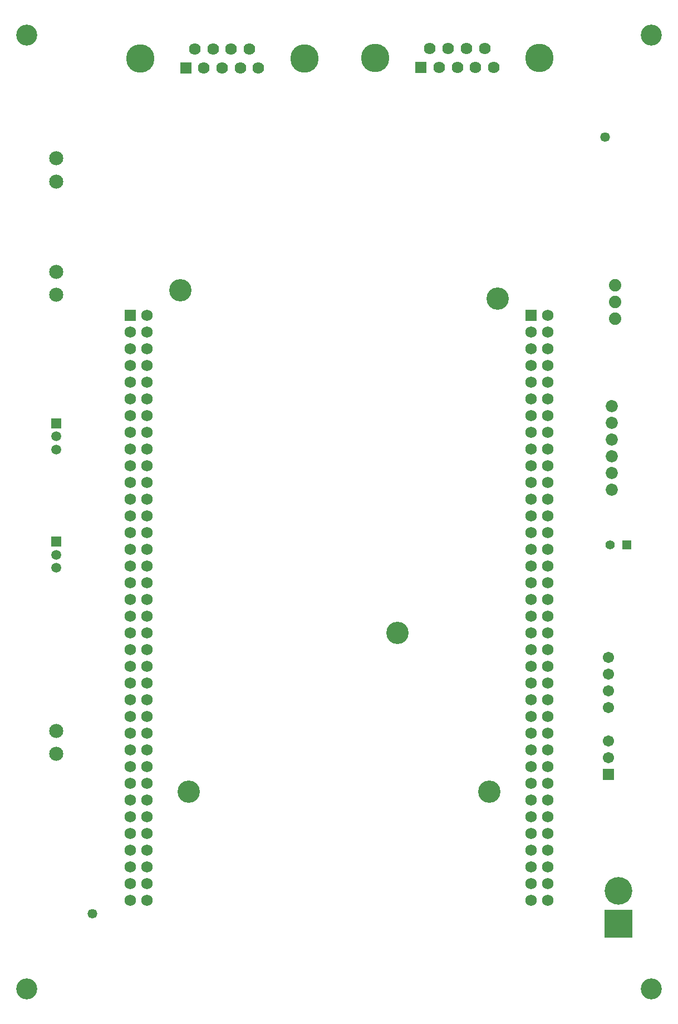
<source format=gbs>
G04*
G04 #@! TF.GenerationSoftware,Altium Limited,Altium Designer,22.8.2 (66)*
G04*
G04 Layer_Color=16711935*
%FSLAX42Y42*%
%MOMM*%
G71*
G04*
G04 #@! TF.SameCoordinates,8E390A5F-EF31-4BF6-9372-B9111DFB767B*
G04*
G04*
G04 #@! TF.FilePolarity,Negative*
G04*
G01*
G75*
%ADD18R,1.73X1.73*%
%ADD19C,1.73*%
%ADD20C,3.40*%
%ADD21C,2.15*%
%ADD22C,1.71*%
%ADD23R,1.71X1.71*%
%ADD24R,1.41X1.41*%
%ADD25C,1.41*%
%ADD26C,1.85*%
%ADD27C,3.20*%
%ADD28C,1.78*%
%ADD29R,1.78X1.78*%
%ADD30C,4.32*%
%ADD31R,1.52X1.52*%
%ADD32C,1.52*%
%ADD33C,1.88*%
%ADD34C,4.20*%
%ADD35R,4.20X4.20*%
%ADD36C,1.47*%
D18*
X1825Y10493D02*
D03*
X7921Y10491D02*
D03*
D19*
X2079Y10493D02*
D03*
X1825Y10239D02*
D03*
X2079D02*
D03*
X1825Y9985D02*
D03*
X2079D02*
D03*
X1825Y9731D02*
D03*
X2079D02*
D03*
X1825Y9477D02*
D03*
X2079D02*
D03*
X1825Y9223D02*
D03*
X2079D02*
D03*
X1825Y8969D02*
D03*
X2079D02*
D03*
X1825Y8715D02*
D03*
X2079D02*
D03*
X1825Y8461D02*
D03*
X2079D02*
D03*
X1825Y8207D02*
D03*
X2079D02*
D03*
X1825Y7953D02*
D03*
X2079D02*
D03*
X1825Y7699D02*
D03*
X2079D02*
D03*
X1825Y7445D02*
D03*
X2079D02*
D03*
X1825Y7191D02*
D03*
X2079D02*
D03*
X1825Y6937D02*
D03*
X2079D02*
D03*
X1825Y6683D02*
D03*
X2079D02*
D03*
X1825Y6429D02*
D03*
X2079D02*
D03*
X1825Y6175D02*
D03*
X2079D02*
D03*
X1825Y5921D02*
D03*
X2079D02*
D03*
X1825Y5667D02*
D03*
X2079D02*
D03*
X1825Y5413D02*
D03*
X2079D02*
D03*
X1825Y5159D02*
D03*
X2079D02*
D03*
X1825Y4905D02*
D03*
X2079D02*
D03*
X1825Y4651D02*
D03*
X2079D02*
D03*
X1825Y4397D02*
D03*
X2079D02*
D03*
X1825Y4143D02*
D03*
X2079D02*
D03*
X1825Y3889D02*
D03*
X2079D02*
D03*
X1825Y3635D02*
D03*
X2079D02*
D03*
X1825Y3381D02*
D03*
X2079D02*
D03*
X1825Y3127D02*
D03*
X2079D02*
D03*
X1825Y2873D02*
D03*
X2079D02*
D03*
X1825Y2619D02*
D03*
X2079D02*
D03*
X1825Y2365D02*
D03*
X2079D02*
D03*
X1825Y2111D02*
D03*
X2079D02*
D03*
X1825Y1857D02*
D03*
X2079D02*
D03*
X8175Y10491D02*
D03*
X1825Y1603D02*
D03*
X2079D02*
D03*
X7921Y10237D02*
D03*
X8175D02*
D03*
X7921Y9983D02*
D03*
X8175D02*
D03*
X7921Y9729D02*
D03*
X8175D02*
D03*
X7921Y9475D02*
D03*
X8175D02*
D03*
X7921Y9221D02*
D03*
X8175D02*
D03*
X7921Y8967D02*
D03*
X8175D02*
D03*
X7921Y8713D02*
D03*
X8175D02*
D03*
X7921Y8459D02*
D03*
X8175D02*
D03*
X7921Y8205D02*
D03*
X8175D02*
D03*
X7921Y7951D02*
D03*
X8175D02*
D03*
X7921Y7697D02*
D03*
X8175D02*
D03*
X7921Y7443D02*
D03*
X8175D02*
D03*
X7921Y7189D02*
D03*
X8175D02*
D03*
X7921Y6935D02*
D03*
X8175D02*
D03*
X7921Y6681D02*
D03*
X8175D02*
D03*
X7921Y6427D02*
D03*
X8175D02*
D03*
X7921Y6173D02*
D03*
X8175D02*
D03*
X7921Y5919D02*
D03*
X8175D02*
D03*
X7921Y5665D02*
D03*
X8175D02*
D03*
X7921Y5411D02*
D03*
X8175D02*
D03*
X7921Y5157D02*
D03*
X8175D02*
D03*
X7921Y4903D02*
D03*
X8175D02*
D03*
X7921Y4649D02*
D03*
X8175D02*
D03*
X7921Y4395D02*
D03*
X8175D02*
D03*
X7921Y4141D02*
D03*
X8175D02*
D03*
X7921Y3887D02*
D03*
X8175D02*
D03*
X7921Y3633D02*
D03*
X8175D02*
D03*
X7921Y3379D02*
D03*
X8175D02*
D03*
X7921Y3125D02*
D03*
X8175D02*
D03*
X7921Y2871D02*
D03*
X8175D02*
D03*
X7921Y2617D02*
D03*
X8175D02*
D03*
X7921Y2363D02*
D03*
X8175D02*
D03*
X7921Y2109D02*
D03*
X8175D02*
D03*
X7921Y1855D02*
D03*
X8175D02*
D03*
X7921Y1601D02*
D03*
X8175D02*
D03*
D20*
X2714Y3254D02*
D03*
X7286D02*
D03*
X7413Y10747D02*
D03*
X5889Y5667D02*
D03*
X2587Y10874D02*
D03*
D21*
X700Y3825D02*
D03*
Y4175D02*
D03*
Y12875D02*
D03*
Y12525D02*
D03*
Y10800D02*
D03*
Y11150D02*
D03*
D22*
X9095Y5289D02*
D03*
Y5035D02*
D03*
Y4781D02*
D03*
Y4527D02*
D03*
Y4019D02*
D03*
Y3765D02*
D03*
D23*
Y3511D02*
D03*
D24*
X9377Y7000D02*
D03*
D25*
X9123D02*
D03*
D26*
X9150Y9108D02*
D03*
Y8854D02*
D03*
Y8600D02*
D03*
Y7838D02*
D03*
Y8092D02*
D03*
Y8346D02*
D03*
D27*
X250Y14750D02*
D03*
X9750D02*
D03*
Y250D02*
D03*
X250D02*
D03*
D28*
X3777Y14250D02*
D03*
X3638Y14534D02*
D03*
X3500Y14250D02*
D03*
X3362Y14534D02*
D03*
X3223Y14250D02*
D03*
X3084Y14534D02*
D03*
X2946Y14250D02*
D03*
X2808Y14534D02*
D03*
X6384Y14542D02*
D03*
X6522Y14258D02*
D03*
X6661Y14542D02*
D03*
X6800Y14258D02*
D03*
X6938Y14542D02*
D03*
X7076Y14258D02*
D03*
X7215Y14542D02*
D03*
X7354Y14258D02*
D03*
D29*
X2669Y14250D02*
D03*
X6246Y14258D02*
D03*
D30*
X4472Y14392D02*
D03*
X1974D02*
D03*
X5550Y14400D02*
D03*
X8049D02*
D03*
D31*
X700Y7050D02*
D03*
Y8850D02*
D03*
D32*
Y6850D02*
D03*
Y6650D02*
D03*
Y8650D02*
D03*
Y8450D02*
D03*
D33*
X9200Y10950D02*
D03*
Y10442D02*
D03*
Y10696D02*
D03*
D34*
X9250Y1740D02*
D03*
D35*
Y1240D02*
D03*
D36*
X1250Y1400D02*
D03*
X9050Y13200D02*
D03*
M02*

</source>
